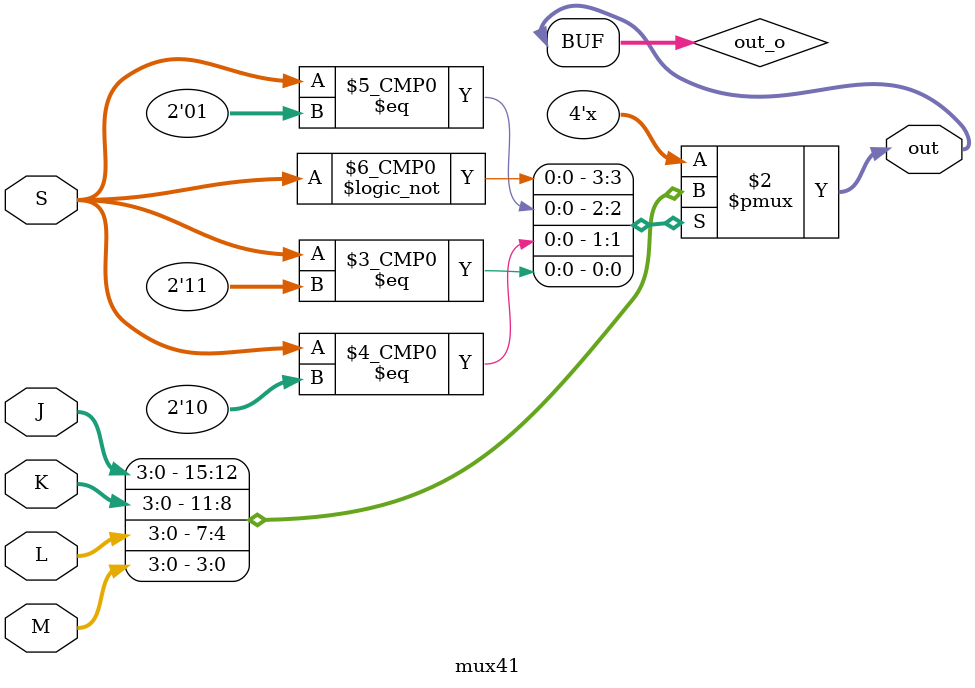
<source format=v>
`timescale 1ns / 1ps


module mux41(J, K, L, M, S, out);
    input  [3:0]J, K, L, M;
    input  [1:0] S;
    output [3:0] out;
    reg [3:0] out_o;
    always@(*) begin
        case (S)
        2'b00: out_o= J;
        2'b01: out_o= K;
        2'b10: out_o= L;
        2'b11: out_o= M;
        endcase
    end//always
    assign out= out_o;

endmodule

</source>
